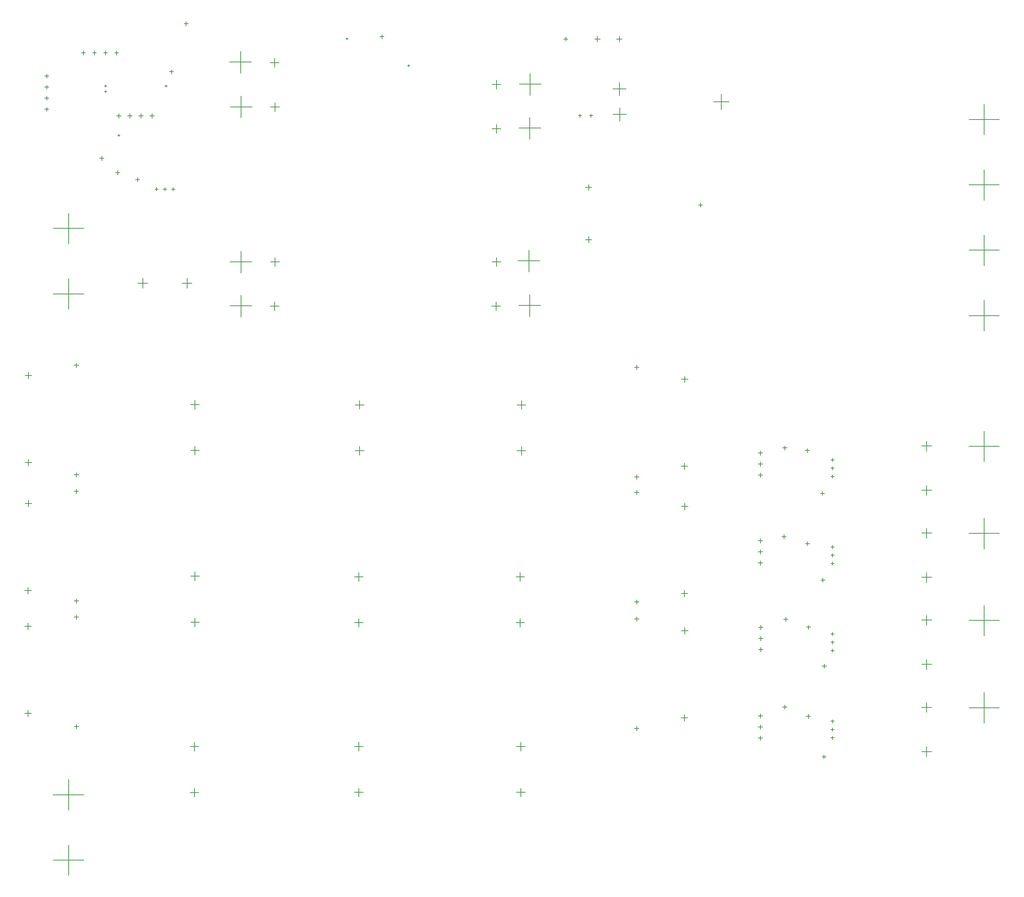
<source format=gbr>
%TF.GenerationSoftware,Altium Limited,Altium Designer,24.7.2 (38)*%
G04 Layer_Color=128*
%FSLAX43Y43*%
%MOMM*%
%TF.SameCoordinates,3DDE4B3C-03A5-4BC3-9972-2EF5A5DF1AA7*%
%TF.FilePolarity,Positive*%
%TF.FileFunction,Drillmap*%
%TF.Part,Single*%
G01*
G75*
%TA.AperFunction,NonConductor*%
%ADD133C,0.127*%
D133*
X43000Y124575D02*
X45000D01*
X44000Y123575D02*
Y125575D01*
X43000Y114034D02*
X45000D01*
X44000Y113034D02*
Y115034D01*
X173200Y48025D02*
X174200D01*
X173700Y47525D02*
Y48525D01*
X173200Y50565D02*
X174200D01*
X173700Y50065D02*
Y51065D01*
X173200Y53105D02*
X174200D01*
X173700Y52605D02*
Y53605D01*
X173200Y88250D02*
X174200D01*
X173700Y87750D02*
Y88750D01*
X173200Y90790D02*
X174200D01*
X173700Y90290D02*
Y91290D01*
X173200Y93330D02*
X174200D01*
X173700Y92830D02*
Y93830D01*
X173200Y108401D02*
X174200D01*
X173700Y107901D02*
Y108901D01*
X173200Y110941D02*
X174200D01*
X173700Y110441D02*
Y111441D01*
X173200Y113481D02*
X174200D01*
X173700Y112981D02*
Y113981D01*
X173300Y68360D02*
X174300D01*
X173800Y67860D02*
Y68860D01*
X173300Y70900D02*
X174300D01*
X173800Y70400D02*
Y71400D01*
X173300Y73440D02*
X174300D01*
X173800Y72940D02*
Y73940D01*
X178800Y55175D02*
X179750D01*
X179275Y54700D02*
Y55650D01*
X187800Y43725D02*
X188750D01*
X188275Y43250D02*
Y44200D01*
X184203Y53023D02*
X185153D01*
X184678Y52548D02*
Y53498D01*
X184254Y73475D02*
X185204D01*
X184729Y73000D02*
Y73950D01*
X179025Y75250D02*
X179975D01*
X179500Y74775D02*
Y75725D01*
X187850Y64555D02*
X188800D01*
X188325Y64080D02*
Y65030D01*
X187525Y84300D02*
X188475D01*
X188000Y83825D02*
Y84775D01*
X183950Y114050D02*
X184900D01*
X184425Y113575D02*
Y114525D01*
X187463Y104200D02*
X188413D01*
X187938Y103725D02*
Y104675D01*
X189840Y48095D02*
X190602D01*
X190221Y47714D02*
Y48476D01*
X189840Y50000D02*
X190602D01*
X190221Y49619D02*
Y50381D01*
X189840Y51905D02*
X190602D01*
X190221Y51524D02*
Y52286D01*
X210668Y44920D02*
X212954D01*
X211811Y43777D02*
Y46063D01*
X210668Y55080D02*
X212954D01*
X211811Y53937D02*
Y56223D01*
X189840Y68095D02*
X190602D01*
X190221Y67714D02*
Y68476D01*
X189840Y70000D02*
X190602D01*
X190221Y69619D02*
Y70381D01*
X189840Y71905D02*
X190602D01*
X190221Y71524D02*
Y72286D01*
X210668Y64920D02*
X212954D01*
X211811Y63777D02*
Y66063D01*
X210668Y75080D02*
X212954D01*
X211811Y73937D02*
Y76223D01*
X189840Y88095D02*
X190602D01*
X190221Y87714D02*
Y88476D01*
X189840Y90000D02*
X190602D01*
X190221Y89619D02*
Y90381D01*
X189840Y91905D02*
X190602D01*
X190221Y91524D02*
Y92286D01*
X210668Y84920D02*
X212954D01*
X211811Y83777D02*
Y86063D01*
X210668Y95080D02*
X212954D01*
X211811Y93937D02*
Y96223D01*
X189840Y108095D02*
X190602D01*
X190221Y107714D02*
Y108476D01*
X189840Y110000D02*
X190602D01*
X190221Y109619D02*
Y110381D01*
X189840Y111905D02*
X190602D01*
X190221Y111524D02*
Y112286D01*
X210668Y104920D02*
X212954D01*
X211811Y103777D02*
Y106063D01*
X210668Y115080D02*
X212954D01*
X211811Y113937D02*
Y116223D01*
X221500Y175000D02*
X228500D01*
X225000Y171500D02*
Y178500D01*
X221500Y95000D02*
X228500D01*
X225000Y91500D02*
Y98500D01*
X221500Y75000D02*
X228500D01*
X225000Y71500D02*
Y78500D01*
X221500Y115000D02*
X228500D01*
X225000Y111500D02*
Y118500D01*
X221500Y55000D02*
X228500D01*
X225000Y51500D02*
Y58500D01*
X178800Y114625D02*
X179750D01*
X179275Y114150D02*
Y115100D01*
X178625Y94250D02*
X179575D01*
X179100Y93775D02*
Y94725D01*
X183975Y92675D02*
X184925D01*
X184450Y92200D02*
Y93150D01*
X155530Y52675D02*
X157030D01*
X156280Y51925D02*
Y53425D01*
X155580Y72650D02*
X157080D01*
X156330Y71900D02*
Y73400D01*
X80710Y124514D02*
X82710D01*
X81710Y123514D02*
Y125514D01*
X80710Y113973D02*
X82710D01*
X81710Y112973D02*
Y114973D01*
X155530Y110395D02*
X157030D01*
X156280Y109645D02*
Y111145D01*
X155580Y130370D02*
X157080D01*
X156330Y129620D02*
Y131120D01*
X118372Y198132D02*
X123372D01*
X120872Y195632D02*
Y200632D01*
X118270Y188048D02*
X123270D01*
X120770Y185548D02*
Y190548D01*
X118092Y157543D02*
X123092D01*
X120592Y155043D02*
Y160043D01*
X118245Y147332D02*
X123245D01*
X120745Y144832D02*
Y149832D01*
X221500Y160000D02*
X228500D01*
X225000Y156500D02*
Y163500D01*
X221500Y190000D02*
X228500D01*
X225000Y186500D02*
Y193500D01*
X159475Y170400D02*
X160425D01*
X159950Y169925D02*
Y170875D01*
X117870Y124514D02*
X119870D01*
X118870Y123514D02*
Y125514D01*
X221500Y145000D02*
X228500D01*
X225000Y141500D02*
Y148500D01*
X112058Y147205D02*
X114090D01*
X113074Y146189D02*
Y148221D01*
X112109Y157365D02*
X114141D01*
X113125Y156349D02*
Y158381D01*
X112159Y187921D02*
X114191D01*
X113175Y186905D02*
Y188937D01*
X112109Y198081D02*
X114141D01*
X113125Y197065D02*
Y199097D01*
X144797Y133153D02*
X145813D01*
X145305Y132645D02*
Y133661D01*
X80590Y85034D02*
X82590D01*
X81590Y84034D02*
Y86034D01*
X80590Y74493D02*
X82590D01*
X81590Y73493D02*
Y75493D01*
X80590Y46091D02*
X82590D01*
X81590Y45091D02*
Y47091D01*
X80590Y35550D02*
X82590D01*
X81590Y34550D02*
Y36550D01*
X41017Y152419D02*
X43303D01*
X42160Y151276D02*
Y153562D01*
X30857Y152419D02*
X33143D01*
X32000Y151276D02*
Y153562D01*
X38604Y174009D02*
X39366D01*
X38985Y173628D02*
Y174390D01*
X36699Y174009D02*
X37461D01*
X37080Y173628D02*
Y174390D01*
X34794Y174009D02*
X35556D01*
X35175Y173628D02*
Y174390D01*
X144797Y108007D02*
X145813D01*
X145305Y107499D02*
Y108515D01*
X51951Y203212D02*
X56951D01*
X54451Y200712D02*
Y205712D01*
X52078Y192900D02*
X57078D01*
X54578Y190400D02*
Y195400D01*
X52027Y157314D02*
X57027D01*
X54527Y154814D02*
Y159814D01*
X52027Y147231D02*
X57027D01*
X54527Y144731D02*
Y149731D01*
X61283Y203034D02*
X63315D01*
X62299Y202018D02*
Y204050D01*
X61334Y192900D02*
X63366D01*
X62350Y191884D02*
Y193916D01*
X61309Y157340D02*
X63341D01*
X62325Y156324D02*
Y158356D01*
X61258Y147154D02*
X63290D01*
X62274Y146138D02*
Y148170D01*
X11500Y150000D02*
X18500D01*
X15000Y146500D02*
Y153500D01*
X11500Y165000D02*
X18500D01*
X15000Y161500D02*
Y168500D01*
X162922Y194075D02*
X166478D01*
X164700Y192297D02*
Y195853D01*
X139808Y196996D02*
X142856D01*
X141332Y195472D02*
Y198520D01*
X139935Y191154D02*
X142983D01*
X141459Y189630D02*
Y192678D01*
X11500Y35000D02*
X18500D01*
X15000Y31500D02*
Y38500D01*
X11500Y20000D02*
X18500D01*
X15000Y16500D02*
Y23500D01*
X128575Y208500D02*
X129525D01*
X129050Y208025D02*
Y208975D01*
X133575Y174450D02*
X134975D01*
X134275Y173750D02*
Y175150D01*
X133575Y162450D02*
X134975D01*
X134275Y161750D02*
Y163150D01*
X131899Y190900D02*
X132661D01*
X132280Y190519D02*
Y191281D01*
X134439Y190900D02*
X135201D01*
X134820Y190519D02*
Y191281D01*
X38125Y200975D02*
X39075D01*
X38600Y200500D02*
Y201450D01*
X41500Y212025D02*
X42450D01*
X41975Y211550D02*
Y212500D01*
X86400Y209025D02*
X87350D01*
X86875Y208550D02*
Y209500D01*
X26060Y190826D02*
X27060D01*
X26560Y190326D02*
Y191326D01*
X28600Y190826D02*
X29600D01*
X29100Y190326D02*
Y191326D01*
X31140Y190826D02*
X32140D01*
X31640Y190326D02*
Y191326D01*
X33680Y190826D02*
X34680D01*
X34180Y190326D02*
Y191326D01*
X25775Y177825D02*
X26725D01*
X26250Y177350D02*
Y178300D01*
X30359Y176251D02*
X31309D01*
X30834Y175776D02*
Y176726D01*
X22147Y181128D02*
X23097D01*
X22622Y180653D02*
Y181603D01*
X25565Y205300D02*
X26465D01*
X26015Y204850D02*
Y205750D01*
X23025Y205300D02*
X23925D01*
X23475Y204850D02*
Y205750D01*
X20485Y205300D02*
X21385D01*
X20935Y204850D02*
Y205750D01*
X17945Y205300D02*
X18845D01*
X18395Y204850D02*
Y205750D01*
X9550Y200000D02*
X10450D01*
X10000Y199550D02*
Y200450D01*
X9550Y197460D02*
X10450D01*
X10000Y197010D02*
Y197910D01*
X9550Y194920D02*
X10450D01*
X10000Y194470D02*
Y195370D01*
X9550Y192380D02*
X10450D01*
X10000Y191930D02*
Y192830D01*
X144797Y75400D02*
X145813D01*
X145305Y74892D02*
Y75908D01*
X144797Y50254D02*
X145813D01*
X145305Y49746D02*
Y50762D01*
X135650Y208500D02*
X136950D01*
X136300Y207850D02*
Y209150D01*
X140650Y208500D02*
X141950D01*
X141300Y207850D02*
Y209150D01*
X155580Y101190D02*
X157080D01*
X156330Y100440D02*
Y101940D01*
X155530Y81215D02*
X157030D01*
X156280Y80465D02*
Y81965D01*
X117870Y113973D02*
X119870D01*
X118870Y112973D02*
Y114973D01*
X144797Y104403D02*
X145813D01*
X145305Y103895D02*
Y104911D01*
X144797Y79257D02*
X145813D01*
X145305Y78749D02*
Y79765D01*
X117600Y74493D02*
X119600D01*
X118600Y73493D02*
Y75493D01*
X117600Y85034D02*
X119600D01*
X118600Y84034D02*
Y86034D01*
X117710Y35550D02*
X119710D01*
X118710Y34550D02*
Y36550D01*
X117710Y46091D02*
X119710D01*
X118710Y45091D02*
Y47091D01*
X5065Y131230D02*
X6565D01*
X5815Y130480D02*
Y131980D01*
X5015Y111255D02*
X6515D01*
X5765Y110505D02*
Y112005D01*
X4975Y73700D02*
X6475D01*
X5725Y72950D02*
Y74450D01*
X4925Y53725D02*
X6425D01*
X5675Y52975D02*
Y54475D01*
X5015Y101880D02*
X6515D01*
X5765Y101130D02*
Y102630D01*
X4965Y81905D02*
X6465D01*
X5715Y81155D02*
Y82655D01*
X42850Y35525D02*
X44850D01*
X43850Y34525D02*
Y36525D01*
X42850Y46066D02*
X44850D01*
X43850Y45066D02*
Y47066D01*
X43000Y74632D02*
X45000D01*
X44000Y73632D02*
Y75632D01*
X43000Y85173D02*
X45000D01*
X44000Y84173D02*
Y86173D01*
X16282Y133586D02*
X17298D01*
X16790Y133078D02*
Y134094D01*
X16282Y108440D02*
X17298D01*
X16790Y107932D02*
Y108948D01*
X16312Y75820D02*
X17328D01*
X16820Y75312D02*
Y76328D01*
X16312Y50674D02*
X17328D01*
X16820Y50166D02*
Y51182D01*
X16312Y104683D02*
X17328D01*
X16820Y104175D02*
Y105191D01*
X16312Y79537D02*
X17328D01*
X16820Y79029D02*
Y80045D01*
X26310Y186350D02*
X26810D01*
X26560Y186100D02*
Y186600D01*
X92725Y202400D02*
X93225D01*
X92975Y202150D02*
Y202650D01*
X37100Y197685D02*
X37600D01*
X37350Y197435D02*
Y197935D01*
X78575Y208525D02*
X79075D01*
X78825Y208275D02*
Y208775D01*
X23254Y196415D02*
X23754D01*
X23504Y196165D02*
Y196665D01*
X23254Y197685D02*
X23754D01*
X23504Y197435D02*
Y197935D01*
%TF.MD5,45e6240c6c59ecf82dae9d463264dbe6*%
M02*

</source>
